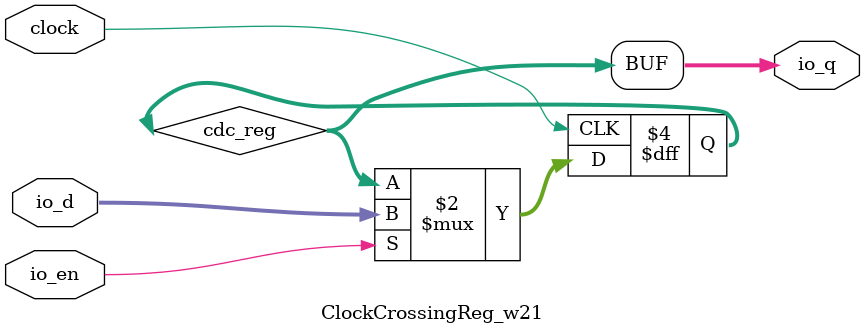
<source format=sv>
`ifndef RANDOMIZE
  `ifdef RANDOMIZE_REG_INIT
    `define RANDOMIZE
  `endif // RANDOMIZE_REG_INIT
`endif // not def RANDOMIZE
`ifndef RANDOMIZE
  `ifdef RANDOMIZE_MEM_INIT
    `define RANDOMIZE
  `endif // RANDOMIZE_MEM_INIT
`endif // not def RANDOMIZE

`ifndef RANDOM
  `define RANDOM $random
`endif // not def RANDOM

// Users can define 'PRINTF_COND' to add an extra gate to prints.
`ifndef PRINTF_COND_
  `ifdef PRINTF_COND
    `define PRINTF_COND_ (`PRINTF_COND)
  `else  // PRINTF_COND
    `define PRINTF_COND_ 1
  `endif // PRINTF_COND
`endif // not def PRINTF_COND_

// Users can define 'ASSERT_VERBOSE_COND' to add an extra gate to assert error printing.
`ifndef ASSERT_VERBOSE_COND_
  `ifdef ASSERT_VERBOSE_COND
    `define ASSERT_VERBOSE_COND_ (`ASSERT_VERBOSE_COND)
  `else  // ASSERT_VERBOSE_COND
    `define ASSERT_VERBOSE_COND_ 1
  `endif // ASSERT_VERBOSE_COND
`endif // not def ASSERT_VERBOSE_COND_

// Users can define 'STOP_COND' to add an extra gate to stop conditions.
`ifndef STOP_COND_
  `ifdef STOP_COND
    `define STOP_COND_ (`STOP_COND)
  `else  // STOP_COND
    `define STOP_COND_ 1
  `endif // STOP_COND
`endif // not def STOP_COND_

// Users can define INIT_RANDOM as general code that gets injected into the
// initializer block for modules with registers.
`ifndef INIT_RANDOM
  `define INIT_RANDOM
`endif // not def INIT_RANDOM

// If using random initialization, you can also define RANDOMIZE_DELAY to
// customize the delay used, otherwise 0.002 is used.
`ifndef RANDOMIZE_DELAY
  `define RANDOMIZE_DELAY 0.002
`endif // not def RANDOMIZE_DELAY

// Define INIT_RANDOM_PROLOG_ for use in our modules below.
`ifndef INIT_RANDOM_PROLOG_
  `ifdef RANDOMIZE
    `ifdef VERILATOR
      `define INIT_RANDOM_PROLOG_ `INIT_RANDOM
    `else  // VERILATOR
      `define INIT_RANDOM_PROLOG_ `INIT_RANDOM #`RANDOMIZE_DELAY begin end
    `endif // VERILATOR
  `else  // RANDOMIZE
    `define INIT_RANDOM_PROLOG_
  `endif // RANDOMIZE
`endif // not def INIT_RANDOM_PROLOG_

module ClockCrossingReg_w21(
  input         clock,
  input  [20:0] io_d,
  input         io_en,
  output [20:0] io_q
);

  reg [20:0] cdc_reg;	// @[Reg.scala:19:16]
  always @(posedge clock) begin
    if (io_en)
      cdc_reg <= io_d;	// @[Reg.scala:19:16]
  end // always @(posedge)
  `ifndef SYNTHESIS
    `ifdef FIRRTL_BEFORE_INITIAL
      `FIRRTL_BEFORE_INITIAL
    `endif // FIRRTL_BEFORE_INITIAL
    logic [31:0] _RANDOM_0;
    initial begin
      `ifdef INIT_RANDOM_PROLOG_
        `INIT_RANDOM_PROLOG_
      `endif // INIT_RANDOM_PROLOG_
      `ifdef RANDOMIZE_REG_INIT
        _RANDOM_0 = `RANDOM;
        cdc_reg = _RANDOM_0[20:0];	// @[Reg.scala:19:16]
      `endif // RANDOMIZE_REG_INIT
    end // initial
    `ifdef FIRRTL_AFTER_INITIAL
      `FIRRTL_AFTER_INITIAL
    `endif // FIRRTL_AFTER_INITIAL
  `endif // not def SYNTHESIS
  assign io_q = cdc_reg;	// @[Reg.scala:19:16]
endmodule


</source>
